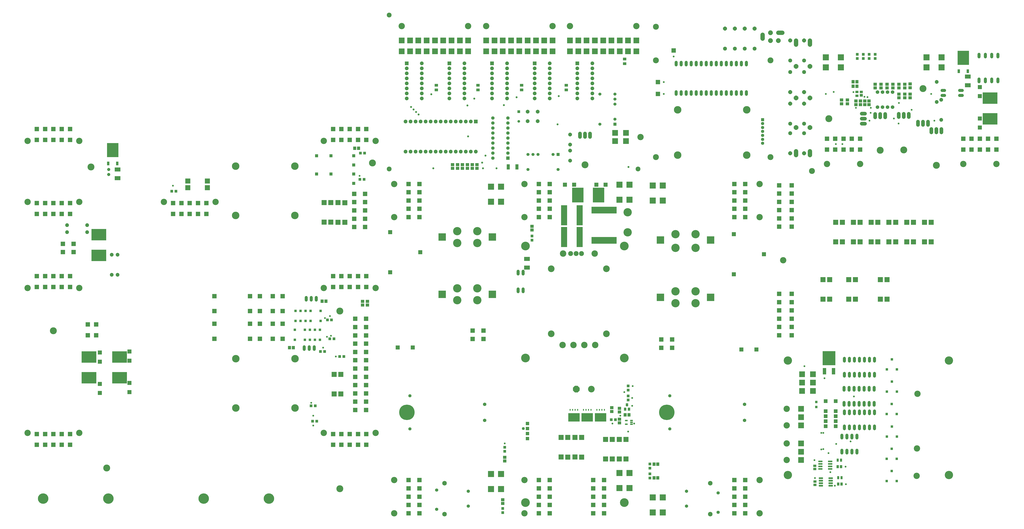
<source format=gts>
%MOIN*%
%OFA0B0*%
%FSLAX34Y34*%
%IPPOS*%
%LPD*%
%AMOC8*
5,1,8,0,0,$1,112.5*%
%AMOC80*
5,1,8,0,0,$1,-67.5*%
%AMOC81*
5,1,8,0,0,$1,-67.5*%
%AMOC80*
5,1,8,0,0,$1,22.5*%
%AMOC81*
5,1,8,0,0,$1,112.5*%
%AMOC80*
5,1,8,0,0,$1,22.5*%
%AMOC81*
5,1,8,0,0,$1,22.5*%
%AMOC80*
5,1,8,0,0,$1,-67.5*%
%AMOC81*
5,1,8,0,0,$1,-67.5*%
%ADD10C,0.068*%
%ADD11C,0.063*%
%ADD12C,0.308*%
%ADD13R,0.090677165354330708X0.090677165354330708*%
%ADD14C,0.12611023622047243*%
%ADD15C,0.065086614173228349*%
%ADD16C,0.090677165354330708*%
%ADD17C,0.0642992125984252*%
%ADD18R,0.055244094488188983X0.055244094488188983*%
%ADD19R,0.047244094488188976X0.047244094488188976*%
%ADD20R,0.059181102362204731X0.06705511811023622*%
%ADD21R,0.051181102362204731X0.059055118110236227*%
%ADD22R,0.083X0.083*%
%ADD23R,0.12050000000000001X0.12050000000000001*%
%ADD24C,0.16548031496062993*%
%ADD25R,0.148X0.148*%
%ADD36C,0.068*%
%ADD37C,0.063*%
%ADD38C,0.308*%
%ADD39R,0.090677165354330708X0.090677165354330708*%
%ADD40C,0.12611023622047243*%
%ADD41C,0.065086614173228349*%
%ADD42C,0.090677165354330708*%
%ADD43C,0.0642992125984252*%
%ADD44R,0.055244094488188983X0.055244094488188983*%
%ADD45R,0.047244094488188976X0.047244094488188976*%
%ADD46R,0.06705511811023622X0.059181102362204731*%
%ADD47R,0.059055118110236227X0.051181102362204731*%
%ADD48R,0.083X0.083*%
%ADD49R,0.12050000000000001X0.12050000000000001*%
%ADD50C,0.16548031496062993*%
%ADD51R,0.148X0.148*%
%ADD52C,0.037779527559055122*%
%ADD53R,0.047370078740157487X0.063118110236220479*%
%ADD54R,0.03937007874015748X0.055118110236220472*%
%ADD55R,0.059181102362204731X0.06705511811023622*%
%ADD56R,0.051181102362204731X0.059055118110236227*%
%ADD57R,0.055244094488188983X0.029653543307086614*%
%ADD58R,0.047244094488188976X0.021653543307086617*%
%ADD59R,0.06705511811023622X0.059181102362204731*%
%ADD60R,0.059055118110236227X0.051181102362204731*%
%ADD61R,0.50012598425196853X0.13201574803149607*%
%ADD62R,0.49212598425196852X0.12401574803149606*%
%ADD63R,0.12020472440944882X0.40170078740157483*%
%ADD64R,0.11220472440944883X0.39370078740157483*%
%ADD65R,0.22847244094488192X0.29264566929133862*%
%ADD66R,0.22047244094488189X0.28464566929133861*%
%ADD67C,0.16548031496062993*%
%ADD68C,0.132*%
%ADD69P,0.1428754724409449X8X202.5*%
%ADD70R,0.024141732283464567X0.036346456692913386*%
%ADD71R,0.016141732283464567X0.028346456692913385*%
%ADD72R,0.228X0.168*%
%ADD73R,0.22000000000000003X0.16*%
%ADD74R,0.055244094488188983X0.055244094488188983*%
%ADD75R,0.047244094488188976X0.047244094488188976*%
%ADD76C,0.097763779527559061*%
%ADD77C,0.12788188976377954*%
%ADD78R,0.10248818897637797X0.10248818897637797*%
%ADD79C,0.060000000000000005*%
%ADD80R,0.11429921259842521X0.078866141732283471*%
%ADD81R,0.10629921259842522X0.070866141732283464*%
%ADD82R,0.090677165354330708X0.090677165354330708*%
%ADD83C,0.12611023622047243*%
%ADD84C,0.133*%
%ADD85R,0.12050000000000001X0.12050000000000001*%
%ADD86R,0.070007874015748039X0.070007874015748039*%
%ADD87C,0.057212598425196853*%
%ADD88C,0.17335433070866144*%
%ADD89R,0.0847716535433071X0.0847716535433071*%
%ADD90C,0.037779527559055122*%
%ADD91R,0.06705511811023622X0.059181102362204731*%
%ADD92R,0.059055118110236227X0.051181102362204731*%
%ADD93C,0.072000000000000008*%
%ADD94C,0.074*%
%ADD95C,0.074*%
%ADD96C,0.138*%
%ADD97R,0.064692913385826778X0.047370078740157487*%
%ADD98R,0.056692913385826771X0.03937007874015748*%
%ADD99R,0.064692913385826778X0.055244094488188983*%
%ADD100R,0.056692913385826771X0.047244094488188976*%
%ADD101C,0.060000000000000005*%
%ADD102R,0.059181102362204731X0.06705511811023622*%
%ADD103R,0.051181102362204731X0.059055118110236227*%
%ADD104R,0.046342519685039371X0.075633858267716542*%
%ADD105R,0.038342519685039371X0.067633858267716535*%
%ADD106R,0.22626377952755905X0.28362598425196855*%
%ADD107R,0.21826377952755907X0.27562598425196849*%
%ADD108R,0.11429921259842521X0.078866141732283471*%
%ADD109R,0.10629921259842522X0.070866141732283464*%
%ADD110R,0.29264566929133862X0.22847244094488192*%
%ADD111R,0.28464566929133861X0.22047244094488189*%
%ADD112R,0.090677165354330708X0.090677165354330708*%
%ADD113C,0.12611023622047243*%
%ADD114R,0.12050000000000001X0.12050000000000001*%
%ADD115R,0.055244094488188983X0.055244094488188983*%
%ADD116R,0.047244094488188976X0.047244094488188976*%
%ADD117R,0.0847716535433071X0.0847716535433071*%
%ADD118C,0.037779527559055122*%
%ADD119C,0.20800000000000002*%
%ADD120R,0.090677165354330708X0.090677165354330708*%
%ADD121C,0.12611023622047243*%
%ADD122R,0.055244094488188983X0.055244094488188983*%
%ADD123R,0.047244094488188976X0.047244094488188976*%
%ADD124R,0.086740157480314953X0.086740157480314953*%
%ADD125R,0.051622047244094485X0.051622047244094485*%
%ADD126R,0.10248818897637797X0.10248818897637797*%
%ADD127R,0.063433070866141736X0.063433070866141736*%
%ADD128C,0.060000000000000005*%
%ADD129R,0.059181102362204731X0.06705511811023622*%
%ADD130R,0.051181102362204731X0.059055118110236227*%
%ADD131R,0.29264566929133862X0.22847244094488192*%
%ADD132R,0.28464566929133861X0.22047244094488189*%
%ADD133C,0.13792125984251968*%
%ADD134C,0.14973228346456693*%
%ADD135R,0.0847716535433071X0.0847716535433071*%
%ADD136C,0.074*%
%ADD137R,0.06705511811023622X0.059181102362204731*%
%ADD138R,0.059055118110236227X0.051181102362204731*%
%ADD139R,0.046342519685039371X0.075633858267716542*%
%ADD140R,0.038342519685039371X0.067633858267716535*%
%ADD141R,0.22626377952755905X0.28362598425196855*%
%ADD142R,0.21826377952755907X0.27562598425196849*%
%ADD143R,0.11429921259842521X0.078866141732283471*%
%ADD144R,0.10629921259842522X0.070866141732283464*%
%ADD145P,0.064943385826771657X8X112.5*%
%ADD146C,0.037779527559055122*%
%ADD147C,0.16548031496062993*%
%ADD148R,0.051622047244094485X0.051622047244094485*%
%ADD149C,0.12611023622047243*%
%ADD150R,0.072960629921259845X0.072960629921259845*%
%ADD151C,0.060000000000000005*%
%ADD152R,0.25406299212598427X0.28359055118110238*%
%ADD153R,0.24606299212598426X0.27559055118110237*%
%ADD154R,0.06705511811023622X0.12611023622047243*%
%ADD155R,0.059055118110236227X0.11811023622047245*%
%ADD156C,0.013740393700787402*%
%ADD157C,0.0058070866141732283*%
%ADD158R,0.11429921259842521X0.11429921259842521*%
%ADD159R,0.047685039370078744X0.047685039370078744*%
%ADD160R,0.04382677165354331X0.0627244094488189*%
%ADD161R,0.03582677165354331X0.054724409448818893*%
%ADD162R,0.0642992125984252X0.045007874015748031*%
%ADD163R,0.0562992125984252X0.037007874015748031*%
%ADD164R,0.045007874015748031X0.0642992125984252*%
%ADD165R,0.037007874015748031X0.0562992125984252*%
%ADD166C,0.037779527559055122*%
%ADD167C,0.096582677165354333*%
%ADD168P,0.076849685039370091X8X292.5*%
%ADD169P,0.076849685039370091X8X112.5*%
%ADD170C,0.074*%
%ADD171C,0.138*%
%ADD172R,0.074X0.074*%
%ADD173C,0.074*%
%ADD174R,0.074929133858267716X0.074929133858267716*%
%ADD175C,0.074929133858267716*%
%ADD176R,0.067X0.067*%
%ADD177C,0.067*%
%ADD178P,0.076849685039370091X8X202.5*%
%ADD179R,0.052803149606299213X0.052803149606299213*%
%ADD180C,0.052803149606299213*%
%ADD181R,0.06705511811023622X0.059181102362204731*%
%ADD182R,0.059055118110236227X0.051181102362204731*%
%ADD183R,0.06705511811023622X0.055244094488188983*%
%ADD184R,0.059055118110236227X0.047244094488188976*%
%ADD185C,0.12611023622047243*%
%ADD186R,0.11429921259842521X0.11429921259842521*%
%ADD187R,0.062X0.026000000000000002*%
%ADD188R,0.054X0.018000000000000002*%
%ADD189R,0.060283464566929131X0.060283464566929131*%
%ADD190C,0.060283464566929131*%
%ADD191C,0.039748031496063*%
%ADD192C,0.060000000000000005*%
%ADD193C,0.11823622047244095*%
%ADD194R,0.064X0.064*%
%ADD195C,0.064*%
%ADD196C,0.14973228346456693*%
%ADD197R,0.086740157480314953X0.086740157480314953*%
%ADD198C,0.078000000000000014*%
%ADD199P,0.084426417322834652X8X292.5*%
%ADD200P,0.084426417322834652X8X112.5*%
%ADD201C,0.086000000000000007*%
%ADD202P,0.10066228346456693X8X292.5*%
%ADD203C,0.037779527559055122*%
%ADD204C,0.12611023622047243*%
%ADD205R,0.086740157480314953X0.086740157480314953*%
%ADD206R,0.10248818897637797X0.10248818897637797*%
G75*
G01*
D10*
X0148818Y0000000D02*
X0143665Y0019561D03*
X0143665Y0022761D03*
D11*
X0128765Y0017861D03*
X0128765Y0024461D03*
D12*
X0128165Y0021161D03*
D13*
X0143783Y0007637D03*
X0143783Y0005984D03*
X0143783Y0004330D03*
X0143783Y0002677D03*
X0143783Y0001023D03*
X0141618Y0002677D03*
X0141618Y0001023D03*
X0141618Y0004330D03*
X0141618Y0005984D03*
X0141618Y0007637D03*
D14*
X0146657Y0007637D03*
X0146657Y0001023D03*
D15*
X0132086Y0005413D03*
X0132086Y0002460D03*
D16*
X0136811Y0007027D03*
X0136811Y0000846D03*
D17*
X0138385Y0005070D03*
X0138385Y0001228D03*
D13*
X0129232Y0035669D03*
X0129232Y0034015D03*
X0127066Y0034015D03*
X0127066Y0035669D03*
D18*
X0124803Y0010846D03*
D19*
X0124803Y0010846D03*
D18*
X0124803Y0010019D03*
D19*
X0124803Y0010019D03*
D20*
X0126358Y0010826D03*
D21*
X0126358Y0010826D03*
D20*
X0125610Y0010826D03*
D21*
X0125610Y0010826D03*
D22*
X0141535Y0056692D03*
X0141535Y0048692D03*
X0147535Y0052692D03*
X0146035Y0033692D03*
X0143035Y0033692D03*
D18*
X0124803Y0008051D03*
D19*
X0124803Y0008051D03*
D18*
X0124803Y0008877D03*
D19*
X0124803Y0008877D03*
D20*
X0126358Y0008070D03*
D21*
X0126358Y0008070D03*
D20*
X0125610Y0008070D03*
D21*
X0125610Y0008070D03*
D13*
X0143783Y0066692D03*
X0143783Y0065039D03*
X0143783Y0063385D03*
X0143783Y0061732D03*
X0143783Y0060078D03*
X0141618Y0061732D03*
X0141618Y0060078D03*
X0141618Y0063385D03*
X0141618Y0065039D03*
X0141618Y0066692D03*
D14*
X0146657Y0066692D03*
X0146657Y0060078D03*
D23*
X0125362Y0001181D03*
X0125362Y0004181D03*
X0127362Y0004181D03*
X0127362Y0001181D03*
X0125362Y0063385D03*
X0125362Y0066385D03*
X0127362Y0066385D03*
X0127362Y0063385D03*
D24*
X0133889Y0056692D03*
X0129889Y0056692D03*
X0129889Y0042913D03*
X0133889Y0042913D03*
D25*
X0126889Y0044094D03*
X0136889Y0044094D03*
X0136889Y0055511D03*
X0126889Y0055511D03*
D24*
X0133889Y0053937D03*
X0129889Y0053937D03*
X0129889Y0045275D03*
X0133889Y0045275D03*
G04 next file*
G04 EAGLE Gerber RS-274X export*
G75*
G01*
D36*
X0071653Y0067716D02*
X0091846Y0019561D03*
X0091846Y0022761D03*
D37*
X0076946Y0017861D03*
X0076946Y0024461D03*
D38*
X0076346Y0021161D03*
D39*
X0076688Y0001023D03*
X0076688Y0002677D03*
X0076688Y0004330D03*
X0076688Y0005984D03*
X0076688Y0007637D03*
X0078854Y0005984D03*
X0078854Y0007637D03*
X0078854Y0004330D03*
X0078854Y0002677D03*
X0078854Y0001023D03*
D40*
X0073814Y0001023D03*
X0073814Y0007637D03*
D41*
X0088582Y0002460D03*
X0088582Y0005413D03*
D42*
X0083858Y0007027D03*
X0083858Y0000846D03*
D43*
X0082283Y0005661D03*
X0082283Y0001818D03*
D39*
X0089468Y0035787D03*
X0089468Y0037440D03*
X0091633Y0037440D03*
X0091633Y0035787D03*
D44*
X0095866Y0013366D03*
D45*
X0095866Y0013366D03*
D44*
X0095866Y0014192D03*
D45*
X0095866Y0014192D03*
D46*
X0095866Y0011437D03*
D47*
X0095866Y0011437D03*
D46*
X0095866Y0012185D03*
D47*
X0095866Y0012185D03*
D48*
X0073031Y0057086D03*
X0073031Y0049086D03*
X0079031Y0053086D03*
X0077531Y0034086D03*
X0074531Y0034086D03*
D44*
X0095472Y0001988D03*
D45*
X0095472Y0001988D03*
D44*
X0095472Y0001161D03*
D45*
X0095472Y0001161D03*
D46*
X0095472Y0003720D03*
D47*
X0095472Y0003720D03*
D46*
X0095472Y0002972D03*
D47*
X0095472Y0002972D03*
D39*
X0076688Y0060078D03*
X0076688Y0061732D03*
X0076688Y0063385D03*
X0076688Y0065039D03*
X0076688Y0066692D03*
X0078854Y0065039D03*
X0078854Y0066692D03*
X0078854Y0063385D03*
X0078854Y0061732D03*
X0078854Y0060078D03*
D40*
X0073814Y0060078D03*
X0073814Y0066692D03*
D49*
X0095110Y0066141D03*
X0095110Y0063141D03*
X0093110Y0063141D03*
X0093110Y0066141D03*
X0095110Y0008858D03*
X0095110Y0005858D03*
X0093110Y0005858D03*
X0093110Y0008858D03*
D50*
X0086385Y0045866D03*
X0090385Y0045866D03*
X0090385Y0054921D03*
X0086385Y0054921D03*
D51*
X0093385Y0044685D03*
X0083385Y0044685D03*
X0083385Y0056102D03*
X0093385Y0056102D03*
D50*
X0086385Y0043503D03*
X0090385Y0043503D03*
X0090385Y0057283D03*
X0086385Y0057283D03*
D52*
X0095866Y0014960D03*
G04 next file*
G04 EAGLE Gerber RS-274X export*
G75*
G01*
D53*
X0097637Y0067716D02*
X0119862Y0021791D03*
D54*
X0119862Y0021791D03*
D53*
X0120610Y0021791D03*
D54*
X0120610Y0021791D03*
D53*
X0120236Y0022657D03*
D54*
X0120236Y0022657D03*
D55*
X0120610Y0020649D03*
D56*
X0120610Y0020649D03*
D55*
X0119862Y0020649D03*
D56*
X0119862Y0020649D03*
D57*
X0121112Y0018779D03*
D58*
X0121112Y0018779D03*
D57*
X0121112Y0019153D03*
D58*
X0121112Y0019153D03*
D57*
X0121112Y0019527D03*
D58*
X0121112Y0019527D03*
D57*
X0120088Y0019527D03*
D58*
X0120088Y0019527D03*
D57*
X0120088Y0018779D03*
D58*
X0120088Y0018779D03*
D59*
X0118740Y0019783D03*
D60*
X0118740Y0019783D03*
D59*
X0118740Y0019035D03*
D60*
X0118740Y0019035D03*
D61*
X0115649Y0061486D03*
D62*
X0115649Y0061486D03*
D61*
X0115649Y0055442D03*
D62*
X0115649Y0055442D03*
D63*
X0110797Y0056102D03*
D64*
X0110797Y0056102D03*
D63*
X0107706Y0056102D03*
D64*
X0107706Y0056102D03*
D63*
X0110797Y0060433D03*
D64*
X0110797Y0060433D03*
D63*
X0107706Y0060433D03*
D64*
X0107706Y0060433D03*
D65*
X0110433Y0064468D03*
D66*
X0110433Y0064468D03*
D65*
X0114566Y0064468D03*
D66*
X0114566Y0064468D03*
D67*
X0120374Y0061055D03*
X0120374Y0057055D03*
D68*
X0113114Y0025787D03*
D69*
X0110114Y0025787D03*
D59*
X0118720Y0021200D03*
D60*
X0118720Y0021200D03*
D59*
X0118720Y0021948D03*
D60*
X0118720Y0021948D03*
D59*
X0117204Y0022066D03*
D60*
X0117204Y0022066D03*
D59*
X0117204Y0021318D03*
D60*
X0117204Y0021318D03*
D70*
X0110395Y0021639D03*
D71*
X0110395Y0021639D03*
D70*
X0109895Y0021639D03*
D71*
X0109895Y0021639D03*
D70*
X0109395Y0021639D03*
D71*
X0109395Y0021639D03*
D70*
X0108895Y0021639D03*
D71*
X0108895Y0021639D03*
D72*
X0109645Y0020145D03*
D73*
X0109645Y0020145D03*
D70*
X0113053Y0021639D03*
D71*
X0113053Y0021639D03*
D70*
X0112553Y0021639D03*
D71*
X0112553Y0021639D03*
D70*
X0112053Y0021639D03*
D71*
X0112053Y0021639D03*
D70*
X0111553Y0021639D03*
D71*
X0111553Y0021639D03*
D72*
X0112303Y0020145D03*
D73*
X0112303Y0020145D03*
D70*
X0115710Y0021639D03*
D71*
X0115710Y0021639D03*
D70*
X0115210Y0021639D03*
D71*
X0115210Y0021639D03*
D70*
X0114710Y0021639D03*
D71*
X0114710Y0021639D03*
D70*
X0114210Y0021639D03*
D71*
X0114210Y0021639D03*
D72*
X0114960Y0020145D03*
D73*
X0114960Y0020145D03*
D74*
X0117933Y0019685D03*
D75*
X0117933Y0019685D03*
D74*
X0117106Y0019685D03*
D75*
X0117106Y0019685D03*
D76*
X0110086Y0052830D03*
X0109003Y0052830D03*
D77*
X0113779Y0052830D03*
X0107480Y0052830D03*
X0113877Y0034570D03*
X0109547Y0034570D03*
X0111712Y0034570D03*
X0107381Y0034570D03*
D76*
X0111173Y0052830D03*
D74*
X0120472Y0023602D03*
D75*
X0120472Y0023602D03*
D74*
X0120472Y0024429D03*
D75*
X0120472Y0024429D03*
D78*
X0108425Y0016141D03*
X0107086Y0016141D03*
X0108425Y0012228D03*
X0107086Y0012236D03*
X0111181Y0016141D03*
X0109842Y0016141D03*
X0111181Y0012228D03*
X0109842Y0012236D03*
X0117283Y0015748D03*
X0115944Y0015748D03*
X0117283Y0011834D03*
X0115944Y0011842D03*
X0120039Y0015748D03*
X0118700Y0015748D03*
X0120039Y0011834D03*
X0118700Y0011842D03*
D79*
X0099515Y0048744D02*
X0099515Y0049264D01*
X0098515Y0049264D02*
X0098515Y0048744D01*
X0098515Y0045744D02*
X0098515Y0045224D01*
X0099515Y0045224D02*
X0099515Y0045744D01*
D80*
X0100295Y0050019D03*
D81*
X0100295Y0050019D03*
D80*
X0100295Y0051751D03*
D81*
X0100295Y0051751D03*
D74*
X0120472Y0025570D03*
D75*
X0120472Y0025570D03*
D74*
X0120472Y0026397D03*
D75*
X0120472Y0026397D03*
D82*
X0115649Y0007637D03*
X0115649Y0005984D03*
X0115649Y0004330D03*
X0115649Y0002677D03*
X0115649Y0001023D03*
X0113484Y0002677D03*
X0113484Y0001023D03*
X0113484Y0004330D03*
X0113484Y0005984D03*
X0113484Y0007637D03*
X0102673Y0060078D03*
X0102673Y0061732D03*
X0102673Y0063385D03*
X0102673Y0065039D03*
X0102673Y0066692D03*
X0104838Y0065039D03*
X0104838Y0066692D03*
X0104838Y0063385D03*
X0104838Y0061732D03*
X0104838Y0060078D03*
D83*
X0099799Y0060078D03*
X0099799Y0066692D03*
D82*
X0102673Y0001023D03*
X0102673Y0002677D03*
X0102673Y0004330D03*
X0102673Y0005984D03*
X0102673Y0007637D03*
X0104838Y0005984D03*
X0104838Y0007637D03*
X0104838Y0004330D03*
X0104838Y0002677D03*
X0104838Y0001023D03*
D83*
X0099799Y0001023D03*
X0099799Y0007637D03*
D84*
X0116129Y0049787D03*
X0105129Y0049787D03*
X0116129Y0036827D03*
X0105129Y0036827D03*
D85*
X0120716Y0066535D03*
X0120716Y0063535D03*
X0118716Y0063535D03*
X0118716Y0066535D03*
X0120716Y0009055D03*
X0120716Y0006055D03*
X0118716Y0006055D03*
X0118716Y0009055D03*
D86*
X0100393Y0018897D03*
X0100393Y0017897D03*
X0100393Y0016897D03*
X0100393Y0015897D03*
D87*
X0099543Y0017897D03*
D88*
X0100000Y0003149D03*
X0119685Y0003149D03*
X0119685Y0031988D03*
X0100000Y0031988D03*
X0119685Y0054330D03*
X0100000Y0054330D03*
D89*
X0107874Y0066535D03*
X0114133Y0066535D03*
X0109685Y0066535D03*
X0115944Y0066535D03*
D74*
X0101279Y0056318D03*
D75*
X0101279Y0056318D03*
D74*
X0101279Y0055492D03*
D75*
X0101279Y0055492D03*
D59*
X0101279Y0058248D03*
D60*
X0101279Y0058248D03*
D59*
X0101279Y0057500D03*
D60*
X0101279Y0057500D03*
D90*
X0121259Y0022440D03*
X0118897Y0020472D03*
X0121653Y0018897D03*
X0120472Y0017322D03*
X0117322Y0018897D03*
X0121259Y0024015D03*
X0119685Y0025196D03*
X0121366Y0026377D03*
G04 next file*
G04 EAGLE Gerber RS-274X export*
G75*
G01*
D91*
X0158661Y0068503D02*
X0175590Y0084625D03*
D92*
X0175590Y0084625D03*
D91*
X0175590Y0083877D03*
D92*
X0175590Y0083877D03*
D91*
X0175590Y0086594D03*
D92*
X0175590Y0086594D03*
D91*
X0175590Y0085846D03*
D92*
X0175590Y0085846D03*
D91*
X0176653Y0084625D03*
D92*
X0176653Y0084625D03*
D91*
X0176653Y0083877D03*
D92*
X0176653Y0083877D03*
D91*
X0176653Y0086633D03*
D92*
X0176653Y0086633D03*
D91*
X0176653Y0085885D03*
D92*
X0176653Y0085885D03*
D91*
X0166771Y0083248D03*
D92*
X0166771Y0083248D03*
D91*
X0166771Y0082500D03*
D92*
X0166771Y0082500D03*
D91*
X0167637Y0082500D03*
D92*
X0167637Y0082500D03*
D91*
X0167637Y0083248D03*
D92*
X0167637Y0083248D03*
D91*
X0174429Y0084625D03*
D92*
X0174429Y0084625D03*
D91*
X0174429Y0083877D03*
D92*
X0174429Y0083877D03*
D91*
X0174429Y0086594D03*
D92*
X0174429Y0086594D03*
D91*
X0174429Y0085846D03*
D92*
X0174429Y0085846D03*
D91*
X0169685Y0086594D03*
D92*
X0169685Y0086594D03*
D91*
X0169685Y0085846D03*
D92*
X0169685Y0085846D03*
D91*
X0170866Y0086594D03*
D92*
X0170866Y0086594D03*
D91*
X0170866Y0085846D03*
D92*
X0170866Y0085846D03*
D91*
X0172047Y0085846D03*
D92*
X0172047Y0085846D03*
D91*
X0172047Y0086594D03*
D92*
X0172047Y0086594D03*
D91*
X0173228Y0085846D03*
D92*
X0173228Y0085846D03*
D91*
X0173228Y0086594D03*
D92*
X0173228Y0086594D03*
D93*
X0170153Y0082003D03*
X0171153Y0082003D03*
X0171153Y0085003D03*
X0170153Y0085003D03*
X0172153Y0082003D03*
X0173153Y0082003D03*
X0172153Y0085003D03*
X0173153Y0085003D03*
D91*
X0168464Y0083248D03*
D92*
X0168464Y0083248D03*
D91*
X0168464Y0082500D03*
D92*
X0168464Y0082500D03*
D94*
X0181948Y0087039D03*
X0181948Y0083039D03*
X0182874Y0083496D03*
X0182874Y0079496D03*
D95*
X0182889Y0077633D02*
X0182889Y0076973D01*
X0181889Y0076973D02*
X0181889Y0077633D01*
X0180889Y0077633D02*
X0180889Y0076973D01*
D96*
X0181889Y0070403D03*
D95*
X0171705Y0079995D02*
X0171705Y0080655D01*
X0170705Y0080655D02*
X0170705Y0079995D01*
X0169705Y0079995D02*
X0169705Y0080655D01*
D96*
X0170705Y0073425D03*
D95*
X0176381Y0080034D02*
X0176381Y0080694D01*
X0175381Y0080694D02*
X0175381Y0080034D01*
X0174381Y0080034D02*
X0174381Y0080694D01*
D96*
X0175381Y0073464D03*
D95*
X0178232Y0078469D02*
X0178232Y0079129D01*
X0179232Y0079129D02*
X0179232Y0078469D01*
X0180232Y0078469D02*
X0180232Y0079129D01*
D96*
X0179232Y0085699D03*
D95*
X0167672Y0078724D02*
X0167012Y0078724D01*
X0167012Y0079724D02*
X0167672Y0079724D01*
X0167672Y0080724D02*
X0167012Y0080724D01*
D96*
X0160442Y0079724D03*
D97*
X0166062Y0084291D03*
D98*
X0166062Y0084291D03*
D97*
X0166929Y0085039D03*
D98*
X0166929Y0085039D03*
D99*
X0166929Y0084370D03*
D100*
X0166929Y0084370D03*
D97*
X0166062Y0085039D03*
D98*
X0166062Y0085039D03*
D91*
X0165866Y0082500D03*
D92*
X0165866Y0082500D03*
D91*
X0165866Y0083248D03*
D92*
X0165866Y0083248D03*
D101*
X0186539Y0084342D02*
X0187059Y0084342D01*
X0187059Y0085342D02*
X0186539Y0085342D01*
X0183539Y0085342D02*
X0183019Y0085342D01*
X0183019Y0084342D02*
X0183539Y0084342D01*
D102*
X0166043Y0087086D03*
D103*
X0166043Y0087086D03*
D102*
X0165295Y0087086D03*
D103*
X0165295Y0087086D03*
D102*
X0166043Y0086181D03*
D103*
X0166043Y0086181D03*
D102*
X0165295Y0086181D03*
D103*
X0165295Y0086181D03*
D104*
X0186366Y0089191D03*
D105*
X0186366Y0089191D03*
D104*
X0188161Y0089191D03*
D105*
X0188161Y0089191D03*
D106*
X0187263Y0091855D03*
D107*
X0187263Y0091855D03*
D108*
X0188169Y0086377D03*
D109*
X0188169Y0086377D03*
D108*
X0188169Y0088110D03*
D109*
X0188169Y0088110D03*
D110*
X0192578Y0083799D03*
D111*
X0192578Y0083799D03*
D110*
X0192578Y0079665D03*
D111*
X0192578Y0079665D03*
D101*
X0190393Y0092032D02*
X0190393Y0092552D01*
X0190393Y0087602D02*
X0190393Y0087082D01*
D112*
X0166692Y0073539D03*
X0165039Y0073539D03*
X0163385Y0073539D03*
X0161732Y0073539D03*
X0160078Y0073539D03*
X0161732Y0075704D03*
X0160078Y0075704D03*
X0163385Y0075704D03*
X0165039Y0075704D03*
X0166692Y0075704D03*
D113*
X0166692Y0070665D03*
X0160078Y0070665D03*
D112*
X0193858Y0073539D03*
X0192204Y0073539D03*
X0190551Y0073539D03*
X0188897Y0073539D03*
X0187244Y0073539D03*
X0188897Y0075704D03*
X0187244Y0075704D03*
X0190551Y0075704D03*
X0192204Y0075704D03*
X0193858Y0075704D03*
D113*
X0193858Y0070665D03*
X0187244Y0070665D03*
D114*
X0179921Y0091960D03*
X0182921Y0091960D03*
X0182921Y0089960D03*
X0179921Y0089960D03*
X0159842Y0091960D03*
X0162842Y0091960D03*
X0162842Y0089960D03*
X0159842Y0089960D03*
D115*
X0166141Y0091712D03*
D116*
X0166141Y0091712D03*
D115*
X0166141Y0092539D03*
D116*
X0166141Y0092539D03*
D115*
X0167322Y0091712D03*
D116*
X0167322Y0091712D03*
D115*
X0167322Y0092539D03*
D116*
X0167322Y0092539D03*
D115*
X0169685Y0091712D03*
D116*
X0169685Y0091712D03*
D115*
X0169685Y0092539D03*
D116*
X0169685Y0092539D03*
D91*
X0164173Y0082696D03*
D92*
X0164173Y0082696D03*
D91*
X0164173Y0083444D03*
D92*
X0164173Y0083444D03*
D115*
X0168503Y0091712D03*
D116*
X0168503Y0091712D03*
D115*
X0168503Y0092539D03*
D116*
X0168503Y0092539D03*
D91*
X0162992Y0082696D03*
D92*
X0162992Y0082696D03*
D91*
X0162992Y0083444D03*
D92*
X0162992Y0083444D03*
D101*
X0192913Y0092032D02*
X0192913Y0092552D01*
X0192913Y0087602D02*
X0192913Y0087082D01*
X0194173Y0092032D02*
X0194173Y0092552D01*
X0194173Y0087602D02*
X0194173Y0087082D01*
X0191653Y0092032D02*
X0191653Y0092552D01*
X0191653Y0087602D02*
X0191653Y0087082D01*
D117*
X0190551Y0077952D03*
X0190551Y0084212D03*
X0190551Y0079763D03*
X0190551Y0086023D03*
D118*
X0167559Y0084094D03*
X0180866Y0084645D03*
X0165354Y0085000D03*
X0165866Y0081889D03*
X0168818Y0081889D03*
X0168149Y0084015D03*
X0181496Y0079330D03*
X0163149Y0074645D03*
X0161850Y0074645D03*
X0173425Y0079763D03*
X0176968Y0081496D03*
X0174370Y0078740D03*
X0168543Y0079330D03*
X0168805Y0080879D03*
X0174409Y0082834D03*
X0159842Y0084645D03*
X0161417Y0085039D03*
G04 next file*
G04 EAGLE Gerber RS-274X export*
G75*
G01*
D119*
X0070866Y0000000D02*
X0048850Y0003937D03*
X0016850Y0003937D03*
X0035850Y0003937D03*
X0003850Y0003937D03*
D120*
X0009212Y0014665D03*
X0007559Y0014665D03*
X0005905Y0014665D03*
X0004251Y0014665D03*
X0002598Y0014665D03*
X0004251Y0016830D03*
X0002598Y0016830D03*
X0005905Y0016830D03*
X0007559Y0016830D03*
X0009212Y0016830D03*
D121*
X0011062Y0017051D03*
X0000748Y0017051D03*
D120*
X0068267Y0014665D03*
X0066614Y0014665D03*
X0064960Y0014665D03*
X0063307Y0014665D03*
X0061653Y0014665D03*
X0063307Y0016830D03*
X0061653Y0016830D03*
X0064960Y0016830D03*
X0066614Y0016830D03*
X0068267Y0016830D03*
D121*
X0070118Y0017051D03*
X0059803Y0017051D03*
D120*
X0002598Y0077657D03*
X0004251Y0077657D03*
X0005905Y0077657D03*
X0007559Y0077657D03*
X0009212Y0077657D03*
X0007559Y0075492D03*
X0009212Y0075492D03*
X0005905Y0075492D03*
X0004251Y0075492D03*
X0002598Y0075492D03*
D121*
X0000748Y0075271D03*
X0011062Y0075271D03*
D120*
X0061653Y0077657D03*
X0063307Y0077657D03*
X0064960Y0077657D03*
X0066614Y0077657D03*
X0068267Y0077657D03*
X0066614Y0075492D03*
X0068267Y0075492D03*
X0064960Y0075492D03*
X0063307Y0075492D03*
X0061653Y0075492D03*
D121*
X0059803Y0075271D03*
X0070118Y0075271D03*
D120*
X0002598Y0048326D03*
X0004251Y0048326D03*
X0005905Y0048326D03*
X0007559Y0048326D03*
X0009212Y0048326D03*
X0007559Y0046161D03*
X0009212Y0046161D03*
X0005905Y0046161D03*
X0004251Y0046161D03*
X0002598Y0046161D03*
D121*
X0000748Y0045940D03*
X0011062Y0045940D03*
D120*
X0061653Y0048326D03*
X0063307Y0048326D03*
X0064960Y0048326D03*
X0066614Y0048326D03*
X0068267Y0048326D03*
X0066614Y0046161D03*
X0068267Y0046161D03*
X0064960Y0046161D03*
X0063307Y0046161D03*
X0061653Y0046161D03*
D121*
X0059803Y0045940D03*
X0070118Y0045940D03*
D120*
X0009212Y0060728D03*
X0007559Y0060728D03*
X0005905Y0060728D03*
X0004251Y0060728D03*
X0002598Y0060728D03*
X0004251Y0062893D03*
X0002598Y0062893D03*
X0005905Y0062893D03*
X0007559Y0062893D03*
X0009212Y0062893D03*
D121*
X0011062Y0063114D03*
X0000748Y0063114D03*
D120*
X0036377Y0060728D03*
X0034724Y0060728D03*
X0033070Y0060728D03*
X0031417Y0060728D03*
X0029763Y0060728D03*
X0031417Y0062893D03*
X0029763Y0062893D03*
X0033070Y0062893D03*
X0034724Y0062893D03*
X0036377Y0062893D03*
D121*
X0038228Y0063114D03*
X0027913Y0063114D03*
D122*
X0057263Y0022440D03*
D123*
X0057263Y0022440D03*
D122*
X0058090Y0022440D03*
D123*
X0058090Y0022440D03*
D122*
X0029507Y0065255D03*
D123*
X0029507Y0065255D03*
D122*
X0030334Y0065255D03*
D123*
X0030334Y0065255D03*
D120*
X0066043Y0021614D03*
X0066043Y0023267D03*
X0066043Y0024921D03*
X0066043Y0026574D03*
X0066043Y0028228D03*
X0066043Y0029881D03*
X0066043Y0031535D03*
X0066043Y0033188D03*
X0066043Y0034842D03*
X0066043Y0036496D03*
X0066043Y0038149D03*
X0068208Y0021614D03*
X0068208Y0023267D03*
X0068208Y0024921D03*
X0068208Y0026574D03*
X0068208Y0028228D03*
X0068208Y0029881D03*
X0068208Y0031535D03*
X0068208Y0033188D03*
X0068208Y0034842D03*
X0068208Y0036496D03*
X0066043Y0039803D03*
X0068208Y0038149D03*
X0068208Y0039803D03*
D124*
X0037992Y0044330D03*
X0037992Y0041338D03*
X0045098Y0041338D03*
X0047066Y0041338D03*
X0045098Y0044330D03*
X0049625Y0044330D03*
X0049625Y0041338D03*
X0047066Y0044330D03*
X0051594Y0044330D03*
X0051594Y0041338D03*
X0037992Y0038818D03*
X0037992Y0035826D03*
X0045098Y0035826D03*
X0047066Y0035826D03*
X0045098Y0038818D03*
X0049625Y0038818D03*
X0049625Y0035826D03*
X0047066Y0038818D03*
X0051594Y0038818D03*
X0051594Y0035826D03*
D125*
X0059153Y0039370D03*
X0059153Y0041370D03*
X0057153Y0039370D03*
X0056153Y0039370D03*
X0055153Y0039370D03*
X0054153Y0039370D03*
X0054153Y0041370D03*
X0055153Y0041370D03*
X0056153Y0041370D03*
X0057153Y0041370D03*
X0054035Y0037598D03*
X0054035Y0035598D03*
X0056035Y0037598D03*
X0057035Y0037598D03*
X0058035Y0037598D03*
X0059035Y0037598D03*
X0059035Y0035598D03*
X0058035Y0035598D03*
X0057035Y0035598D03*
X0056035Y0035598D03*
D122*
X0057559Y0019389D03*
D123*
X0057559Y0019389D03*
D122*
X0058385Y0019389D03*
D123*
X0058385Y0019389D03*
D122*
X0067007Y0067618D03*
D123*
X0067007Y0067618D03*
D122*
X0067834Y0067618D03*
D123*
X0067834Y0067618D03*
D122*
X0061338Y0039566D03*
D123*
X0061338Y0039566D03*
D122*
X0060511Y0039566D03*
D123*
X0060511Y0039566D03*
D122*
X0061830Y0035826D03*
D123*
X0061830Y0035826D03*
D122*
X0061003Y0035826D03*
D123*
X0061003Y0035826D03*
D122*
X0059133Y0033267D03*
D123*
X0059133Y0033267D03*
D122*
X0059960Y0033267D03*
D123*
X0059960Y0033267D03*
D126*
X0061181Y0062992D03*
X0059842Y0062992D03*
X0061181Y0059078D03*
X0059842Y0059086D03*
D127*
X0065748Y0066830D03*
X0065748Y0068681D03*
X0061220Y0068681D03*
X0058346Y0068681D03*
D120*
X0012755Y0038681D03*
X0014409Y0038681D03*
X0014409Y0036515D03*
X0012755Y0036515D03*
X0065846Y0058110D03*
X0065846Y0059763D03*
X0065846Y0061417D03*
X0065846Y0063070D03*
X0065846Y0064724D03*
X0068011Y0063070D03*
X0068011Y0064724D03*
X0068011Y0061417D03*
X0068011Y0059763D03*
X0068011Y0058110D03*
D126*
X0062637Y0059055D03*
X0063976Y0059055D03*
X0062637Y0062968D03*
X0063976Y0062960D03*
X0061850Y0024803D03*
X0063188Y0024803D03*
X0061850Y0028716D03*
X0063188Y0028708D03*
D128*
X0056283Y0043531D02*
X0056283Y0044051D01*
X0058283Y0044051D02*
X0058283Y0043531D01*
X0057283Y0043531D02*
X0057283Y0044051D01*
D120*
X0009940Y0054763D03*
X0009940Y0053110D03*
X0007775Y0053110D03*
X0007775Y0054763D03*
D122*
X0067106Y0072834D03*
D123*
X0067106Y0072834D03*
D122*
X0067933Y0072834D03*
D123*
X0067933Y0072834D03*
D129*
X0065964Y0073818D03*
D130*
X0065964Y0073818D03*
D129*
X0066712Y0073818D03*
D130*
X0066712Y0073818D03*
D127*
X0065748Y0070472D03*
X0065748Y0072322D03*
X0061220Y0072322D03*
X0058346Y0072322D03*
D131*
X0012992Y0032185D03*
D132*
X0012992Y0032185D03*
D131*
X0012992Y0028051D03*
D132*
X0012992Y0028051D03*
D133*
X0069488Y0070866D03*
X0005905Y0037401D03*
X0062992Y0005905D03*
X0016535Y0010039D03*
X0013385Y0070078D03*
D134*
X0054055Y0022011D03*
X0042244Y0022011D03*
X0054055Y0031854D03*
X0042244Y0031854D03*
X0054035Y0060405D03*
X0042224Y0060405D03*
X0054035Y0070248D03*
X0042224Y0070248D03*
D131*
X0019094Y0028051D03*
D132*
X0019094Y0028051D03*
D131*
X0019094Y0032185D03*
D132*
X0019094Y0032185D03*
D133*
X0062992Y0041338D03*
D135*
X0015157Y0033070D03*
X0015157Y0026811D03*
X0015157Y0031259D03*
X0015157Y0025000D03*
X0021062Y0025196D03*
X0021062Y0031456D03*
X0021062Y0027007D03*
X0021062Y0033267D03*
D136*
X0012629Y0058464D03*
X0008629Y0058464D03*
X0012629Y0057086D03*
X0008629Y0057086D03*
X0017519Y0052590D03*
X0017519Y0048590D03*
X0018700Y0052590D03*
X0018700Y0048590D03*
D131*
X0014960Y0052460D03*
D132*
X0014960Y0052460D03*
D131*
X0014960Y0056594D03*
D132*
X0014960Y0056594D03*
D137*
X0068503Y0042539D03*
D138*
X0068503Y0042539D03*
D137*
X0068503Y0043287D03*
D138*
X0068503Y0043287D03*
D137*
X0067519Y0042539D03*
D138*
X0067519Y0042539D03*
D137*
X0067519Y0043287D03*
D138*
X0067519Y0043287D03*
D128*
X0057889Y0034224D02*
X0057889Y0033704D01*
X0055889Y0033704D02*
X0055889Y0034224D01*
X0056889Y0034224D02*
X0056889Y0033704D01*
D122*
X0062972Y0032283D03*
D123*
X0062972Y0032283D03*
D122*
X0063799Y0032283D03*
D123*
X0063799Y0032283D03*
D129*
X0060216Y0043307D03*
D130*
X0060216Y0043307D03*
D129*
X0059468Y0043307D03*
D130*
X0059468Y0043307D03*
D129*
X0052972Y0034055D03*
D130*
X0052972Y0034055D03*
D129*
X0053720Y0034055D03*
D130*
X0053720Y0034055D03*
D126*
X0032677Y0067283D03*
X0032677Y0065944D03*
X0036590Y0067283D03*
X0036582Y0065944D03*
D139*
X0016818Y0070785D03*
D140*
X0016818Y0070785D03*
D139*
X0018614Y0070785D03*
D140*
X0018614Y0070785D03*
D141*
X0017716Y0073449D03*
D142*
X0017716Y0073449D03*
D143*
X0018700Y0067834D03*
D144*
X0018700Y0067834D03*
D143*
X0018700Y0069566D03*
D144*
X0018700Y0069566D03*
D145*
X0016929Y0068594D03*
X0016929Y0069594D03*
D146*
X0057283Y0023031D03*
X0029724Y0066338D03*
X0057677Y0018503D03*
X0060433Y0036220D03*
X0057677Y0020472D03*
X0066929Y0068307D03*
X0060039Y0039960D03*
X0061023Y0040354D03*
X0061220Y0036417D03*
X0059645Y0034055D03*
X0062204Y0032283D03*
G04 next file*
G04 EAGLE Gerber RS-274X export*
G75*
G01*
D147*
X0149606Y0005511D02*
X0152303Y0031496D03*
X0152303Y0008661D03*
X0184389Y0031496D03*
X0184389Y0008661D03*
D148*
X0173995Y0020824D03*
X0172995Y0022824D03*
X0171995Y0020824D03*
X0174029Y0029709D03*
X0173029Y0031709D03*
X0172029Y0029709D03*
X0173979Y0007461D03*
X0172979Y0009461D03*
X0171979Y0007461D03*
X0173979Y0011888D03*
X0172979Y0013888D03*
X0171979Y0011888D03*
X0174029Y0016316D03*
X0173029Y0018316D03*
X0172029Y0016316D03*
X0174029Y0025281D03*
X0173029Y0027281D03*
X0172029Y0025281D03*
D149*
X0178135Y0024856D03*
X0178035Y0013932D03*
D150*
X0159835Y0023385D03*
X0159835Y0021385D03*
X0159835Y0020385D03*
X0159835Y0019385D03*
X0161835Y0019385D03*
X0161835Y0020385D03*
X0161835Y0021385D03*
X0161835Y0023385D03*
X0159835Y0018385D03*
X0161835Y0018385D03*
D151*
X0163548Y0028393D02*
X0163548Y0028913D01*
X0164548Y0028913D02*
X0164548Y0028393D01*
X0169548Y0028393D02*
X0169548Y0028913D01*
X0169548Y0031393D02*
X0169548Y0031913D01*
X0165548Y0028913D02*
X0165548Y0028393D01*
X0166548Y0028393D02*
X0166548Y0028913D01*
X0168548Y0028913D02*
X0168548Y0028393D01*
X0167548Y0028393D02*
X0167548Y0028913D01*
X0168548Y0031393D02*
X0168548Y0031913D01*
X0167548Y0031913D02*
X0167548Y0031393D01*
X0166548Y0031393D02*
X0166548Y0031913D01*
X0165548Y0031913D02*
X0165548Y0031393D01*
X0164548Y0031393D02*
X0164548Y0031913D01*
X0163548Y0031913D02*
X0163548Y0031393D01*
X0163498Y0023105D02*
X0163498Y0022585D01*
X0164498Y0022585D02*
X0164498Y0023105D01*
X0169498Y0023105D02*
X0169498Y0022585D01*
X0169498Y0025585D02*
X0169498Y0026105D01*
X0165498Y0023105D02*
X0165498Y0022585D01*
X0166498Y0022585D02*
X0166498Y0023105D01*
X0168498Y0023105D02*
X0168498Y0022585D01*
X0167498Y0022585D02*
X0167498Y0023105D01*
X0168498Y0025585D02*
X0168498Y0026105D01*
X0167498Y0026105D02*
X0167498Y0025585D01*
X0166498Y0025585D02*
X0166498Y0026105D01*
X0165498Y0026105D02*
X0165498Y0025585D01*
X0164498Y0025585D02*
X0164498Y0026105D01*
X0163498Y0026105D02*
X0163498Y0025585D01*
X0163050Y0013570D02*
X0163050Y0013050D01*
X0164050Y0013050D02*
X0164050Y0013570D01*
X0164050Y0016050D02*
X0164050Y0016570D01*
X0163050Y0016570D02*
X0163050Y0016050D01*
X0165049Y0013570D02*
X0165049Y0013050D01*
X0166050Y0013050D02*
X0166050Y0013570D01*
X0165049Y0016050D02*
X0165049Y0016570D01*
X0166050Y0016570D02*
X0166050Y0016050D01*
X0163548Y0017896D02*
X0163548Y0018416D01*
X0164548Y0018416D02*
X0164548Y0017896D01*
X0169548Y0017896D02*
X0169548Y0018416D01*
X0169548Y0020896D02*
X0169548Y0021416D01*
X0165548Y0018416D02*
X0165548Y0017896D01*
X0166548Y0017896D02*
X0166548Y0018416D01*
X0168548Y0018416D02*
X0168548Y0017896D01*
X0167548Y0017896D02*
X0167548Y0018416D01*
X0168548Y0020896D02*
X0168548Y0021416D01*
X0167548Y0021416D02*
X0167548Y0020896D01*
X0166548Y0020896D02*
X0166548Y0021416D01*
X0165548Y0021416D02*
X0165548Y0020896D01*
X0164548Y0020896D02*
X0164548Y0021416D01*
X0163548Y0021416D02*
X0163548Y0020896D01*
D149*
X0177974Y0008481D03*
D152*
X0160506Y0031961D03*
D153*
X0160506Y0031961D03*
D154*
X0159606Y0029363D03*
D155*
X0159606Y0029363D03*
D154*
X0161403Y0029363D03*
D155*
X0161403Y0029363D03*
D156*
X0159240Y0007924D02*
X0158522Y0007924D01*
X0158522Y0008099D01*
X0159240Y0008099D01*
X0159240Y0007924D01*
X0159240Y0008054D02*
X0158522Y0008054D01*
D157*
X0158523Y0007924D02*
X0159240Y0007924D01*
X0158523Y0007924D02*
X0158523Y0008098D01*
X0159240Y0008098D01*
X0159240Y0007924D01*
X0159240Y0007979D02*
X0158523Y0007979D01*
X0158523Y0008035D02*
X0159240Y0008035D01*
X0159240Y0008090D02*
X0158523Y0008090D01*
D156*
X0158522Y0007424D02*
X0159240Y0007424D01*
X0158522Y0007424D02*
X0158522Y0007599D01*
X0159240Y0007599D01*
X0159240Y0007424D01*
X0159240Y0007554D02*
X0158522Y0007554D01*
D157*
X0158523Y0007424D02*
X0159240Y0007424D01*
X0158523Y0007424D02*
X0158523Y0007598D01*
X0159240Y0007598D01*
X0159240Y0007424D01*
X0159240Y0007479D02*
X0158523Y0007479D01*
X0158523Y0007535D02*
X0159240Y0007535D01*
X0159240Y0007590D02*
X0158523Y0007590D01*
D156*
X0158522Y0006924D02*
X0159240Y0006924D01*
X0158522Y0006924D02*
X0158522Y0007099D01*
X0159240Y0007099D01*
X0159240Y0006924D01*
X0159240Y0007054D02*
X0158522Y0007054D01*
D157*
X0158523Y0006924D02*
X0159240Y0006924D01*
X0158523Y0006924D02*
X0158523Y0007098D01*
X0159240Y0007098D01*
X0159240Y0006924D01*
X0159240Y0006979D02*
X0158523Y0006979D01*
X0158523Y0007035D02*
X0159240Y0007035D01*
X0159240Y0007090D02*
X0158523Y0007090D01*
D156*
X0158522Y0006424D02*
X0159240Y0006424D01*
X0158522Y0006424D02*
X0158522Y0006599D01*
X0159240Y0006599D01*
X0159240Y0006424D01*
X0159240Y0006554D02*
X0158522Y0006554D01*
D157*
X0158523Y0006424D02*
X0159240Y0006424D01*
X0158523Y0006424D02*
X0158523Y0006598D01*
X0159240Y0006598D01*
X0159240Y0006424D01*
X0159240Y0006479D02*
X0158523Y0006479D01*
X0158523Y0006535D02*
X0159240Y0006535D01*
X0159240Y0006590D02*
X0158523Y0006590D01*
D156*
X0160471Y0006424D02*
X0161189Y0006424D01*
X0160471Y0006424D02*
X0160471Y0006599D01*
X0161189Y0006599D01*
X0161189Y0006424D01*
X0161189Y0006554D02*
X0160471Y0006554D01*
D157*
X0160471Y0006424D02*
X0161189Y0006424D01*
X0160471Y0006424D02*
X0160471Y0006598D01*
X0161189Y0006598D01*
X0161189Y0006424D01*
X0161189Y0006479D02*
X0160471Y0006479D01*
X0160471Y0006535D02*
X0161189Y0006535D01*
X0161189Y0006590D02*
X0160471Y0006590D01*
D156*
X0160471Y0006924D02*
X0161189Y0006924D01*
X0160471Y0006924D02*
X0160471Y0007099D01*
X0161189Y0007099D01*
X0161189Y0006924D01*
X0161189Y0007054D02*
X0160471Y0007054D01*
D157*
X0160471Y0006924D02*
X0161189Y0006924D01*
X0160471Y0006924D02*
X0160471Y0007098D01*
X0161189Y0007098D01*
X0161189Y0006924D01*
X0161189Y0006979D02*
X0160471Y0006979D01*
X0160471Y0007035D02*
X0161189Y0007035D01*
X0161189Y0007090D02*
X0160471Y0007090D01*
D156*
X0160471Y0007424D02*
X0161189Y0007424D01*
X0160471Y0007424D02*
X0160471Y0007599D01*
X0161189Y0007599D01*
X0161189Y0007424D01*
X0161189Y0007554D02*
X0160471Y0007554D01*
D157*
X0160471Y0007424D02*
X0161189Y0007424D01*
X0160471Y0007424D02*
X0160471Y0007598D01*
X0161189Y0007598D01*
X0161189Y0007424D01*
X0161189Y0007479D02*
X0160471Y0007479D01*
X0160471Y0007535D02*
X0161189Y0007535D01*
X0161189Y0007590D02*
X0160471Y0007590D01*
D156*
X0160471Y0007924D02*
X0161189Y0007924D01*
X0160471Y0007924D02*
X0160471Y0008099D01*
X0161189Y0008099D01*
X0161189Y0007924D01*
X0161189Y0008054D02*
X0160471Y0008054D01*
D157*
X0160471Y0007924D02*
X0161189Y0007924D01*
X0160471Y0007924D02*
X0160471Y0008098D01*
X0161189Y0008098D01*
X0161189Y0007924D01*
X0161189Y0007979D02*
X0160471Y0007979D01*
X0160471Y0008035D02*
X0161189Y0008035D01*
X0161189Y0008090D02*
X0160471Y0008090D01*
D156*
X0159140Y0011274D02*
X0158422Y0011274D01*
X0158422Y0011449D01*
X0159140Y0011449D01*
X0159140Y0011274D01*
X0159140Y0011404D02*
X0158422Y0011404D01*
D157*
X0158423Y0011274D02*
X0159140Y0011274D01*
X0158423Y0011274D02*
X0158423Y0011448D01*
X0159140Y0011448D01*
X0159140Y0011274D01*
X0159140Y0011329D02*
X0158423Y0011329D01*
X0158423Y0011385D02*
X0159140Y0011385D01*
X0159140Y0011440D02*
X0158423Y0011440D01*
D156*
X0158422Y0010774D02*
X0159140Y0010774D01*
X0158422Y0010774D02*
X0158422Y0010949D01*
X0159140Y0010949D01*
X0159140Y0010774D01*
X0159140Y0010904D02*
X0158422Y0010904D01*
D157*
X0158423Y0010774D02*
X0159140Y0010774D01*
X0158423Y0010774D02*
X0158423Y0010948D01*
X0159140Y0010948D01*
X0159140Y0010774D01*
X0159140Y0010829D02*
X0158423Y0010829D01*
X0158423Y0010885D02*
X0159140Y0010885D01*
X0159140Y0010940D02*
X0158423Y0010940D01*
D156*
X0158422Y0010274D02*
X0159140Y0010274D01*
X0158422Y0010274D02*
X0158422Y0010449D01*
X0159140Y0010449D01*
X0159140Y0010274D01*
X0159140Y0010404D02*
X0158422Y0010404D01*
D157*
X0158423Y0010274D02*
X0159140Y0010274D01*
X0158423Y0010274D02*
X0158423Y0010448D01*
X0159140Y0010448D01*
X0159140Y0010274D01*
X0159140Y0010329D02*
X0158423Y0010329D01*
X0158423Y0010385D02*
X0159140Y0010385D01*
X0159140Y0010440D02*
X0158423Y0010440D01*
D156*
X0158422Y0009774D02*
X0159140Y0009774D01*
X0158422Y0009774D02*
X0158422Y0009949D01*
X0159140Y0009949D01*
X0159140Y0009774D01*
X0159140Y0009904D02*
X0158422Y0009904D01*
D157*
X0158423Y0009774D02*
X0159140Y0009774D01*
X0158423Y0009774D02*
X0158423Y0009948D01*
X0159140Y0009948D01*
X0159140Y0009774D01*
X0159140Y0009829D02*
X0158423Y0009829D01*
X0158423Y0009885D02*
X0159140Y0009885D01*
X0159140Y0009940D02*
X0158423Y0009940D01*
D156*
X0160371Y0009774D02*
X0161089Y0009774D01*
X0160371Y0009774D02*
X0160371Y0009949D01*
X0161089Y0009949D01*
X0161089Y0009774D01*
X0161089Y0009904D02*
X0160371Y0009904D01*
D157*
X0160371Y0009774D02*
X0161089Y0009774D01*
X0160371Y0009774D02*
X0160371Y0009948D01*
X0161089Y0009948D01*
X0161089Y0009774D01*
X0161089Y0009829D02*
X0160371Y0009829D01*
X0160371Y0009885D02*
X0161089Y0009885D01*
X0161089Y0009940D02*
X0160371Y0009940D01*
D156*
X0160371Y0010274D02*
X0161089Y0010274D01*
X0160371Y0010274D02*
X0160371Y0010449D01*
X0161089Y0010449D01*
X0161089Y0010274D01*
X0161089Y0010404D02*
X0160371Y0010404D01*
D157*
X0160371Y0010274D02*
X0161089Y0010274D01*
X0160371Y0010274D02*
X0160371Y0010448D01*
X0161089Y0010448D01*
X0161089Y0010274D01*
X0161089Y0010329D02*
X0160371Y0010329D01*
X0160371Y0010385D02*
X0161089Y0010385D01*
X0161089Y0010440D02*
X0160371Y0010440D01*
D156*
X0160371Y0010774D02*
X0161089Y0010774D01*
X0160371Y0010774D02*
X0160371Y0010949D01*
X0161089Y0010949D01*
X0161089Y0010774D01*
X0161089Y0010904D02*
X0160371Y0010904D01*
D157*
X0160371Y0010774D02*
X0161089Y0010774D01*
X0160371Y0010774D02*
X0160371Y0010948D01*
X0161089Y0010948D01*
X0161089Y0010774D01*
X0161089Y0010829D02*
X0160371Y0010829D01*
X0160371Y0010885D02*
X0161089Y0010885D01*
X0161089Y0010940D02*
X0160371Y0010940D01*
D156*
X0160371Y0011274D02*
X0161089Y0011274D01*
X0160371Y0011274D02*
X0160371Y0011449D01*
X0161089Y0011449D01*
X0161089Y0011274D01*
X0161089Y0011404D02*
X0160371Y0011404D01*
D157*
X0160371Y0011274D02*
X0161089Y0011274D01*
X0160371Y0011274D02*
X0160371Y0011448D01*
X0161089Y0011448D01*
X0161089Y0011274D01*
X0161089Y0011329D02*
X0160371Y0011329D01*
X0160371Y0011385D02*
X0161089Y0011385D01*
X0161089Y0011440D02*
X0160371Y0011440D01*
D149*
X0152066Y0014948D03*
X0152066Y0011641D03*
D158*
X0154940Y0014948D03*
X0154940Y0013295D03*
X0154940Y0011641D03*
D149*
X0152066Y0021848D03*
X0152066Y0018541D03*
D158*
X0154940Y0021848D03*
X0154940Y0020195D03*
X0154940Y0018541D03*
X0155139Y0025424D03*
X0155139Y0027078D03*
X0155139Y0028731D03*
X0157304Y0025424D03*
X0157304Y0027078D03*
X0157304Y0028731D03*
D159*
X0157956Y0023211D03*
X0157956Y0022211D03*
D160*
X0162333Y0008111D03*
D161*
X0162333Y0008111D03*
D160*
X0162979Y0008111D03*
D161*
X0162979Y0008111D03*
D162*
X0157706Y0006688D03*
D163*
X0157706Y0006688D03*
D162*
X0157706Y0007334D03*
D163*
X0157706Y0007334D03*
D164*
X0162333Y0006861D03*
D165*
X0162333Y0006861D03*
D164*
X0162979Y0006861D03*
D165*
X0162979Y0006861D03*
D162*
X0157656Y0009838D03*
D163*
X0157656Y0009838D03*
D162*
X0157656Y0010484D03*
D163*
X0157656Y0010484D03*
D164*
X0162233Y0010311D03*
D165*
X0162233Y0010311D03*
D164*
X0162879Y0010311D03*
D165*
X0162879Y0010311D03*
D160*
X0162233Y0011611D03*
D161*
X0162233Y0011611D03*
D160*
X0162879Y0011611D03*
D161*
X0162879Y0011611D03*
D166*
X0160406Y0013011D03*
X0155606Y0030361D03*
X0157606Y0011611D03*
X0157706Y0008061D03*
X0159606Y0027961D03*
X0163806Y0010311D03*
X0163856Y0006811D03*
X0164806Y0015361D03*
X0158956Y0013761D03*
X0158956Y0017061D03*
X0160756Y0009211D03*
X0159356Y0013811D03*
X0159356Y0017061D03*
X0161656Y0006511D03*
X0165456Y0024311D03*
X0161930Y0014837D03*
G04 next file*
G04 EAGLE Gerber RS-274X export*
G75*
G01*
D167*
X0071653Y0068503D02*
X0072834Y0100393D03*
X0122440Y0069685D03*
X0072834Y0069685D03*
D168*
X0108905Y0073358D03*
X0108905Y0071358D03*
D169*
X0108885Y0074531D03*
X0108885Y0076531D03*
D170*
X0112866Y0076743D02*
X0112866Y0076083D01*
X0111866Y0076083D02*
X0111866Y0076743D01*
X0110866Y0076743D02*
X0110866Y0076083D01*
D171*
X0111866Y0070513D03*
D172*
X0076330Y0090755D03*
D173*
X0076330Y0089755D03*
X0076330Y0088755D03*
X0076330Y0087755D03*
X0076330Y0086755D03*
X0076330Y0085755D03*
X0076330Y0084755D03*
X0076330Y0083755D03*
X0079330Y0083755D03*
X0079330Y0084755D03*
X0079330Y0085755D03*
X0079330Y0086755D03*
X0079330Y0087755D03*
X0079330Y0088755D03*
X0079330Y0089755D03*
X0079330Y0090755D03*
D172*
X0084830Y0090755D03*
D173*
X0084830Y0089755D03*
X0084830Y0088755D03*
X0084830Y0087755D03*
X0084830Y0086755D03*
X0084830Y0085755D03*
X0084830Y0084755D03*
X0084830Y0083755D03*
X0087830Y0083755D03*
X0087830Y0084755D03*
X0087830Y0085755D03*
X0087830Y0086755D03*
X0087830Y0087755D03*
X0087830Y0088755D03*
X0087830Y0089755D03*
X0087830Y0090755D03*
D172*
X0093330Y0090755D03*
D173*
X0093330Y0089755D03*
X0093330Y0088755D03*
X0093330Y0087755D03*
X0093330Y0086755D03*
X0093330Y0085755D03*
X0093330Y0084755D03*
X0093330Y0083755D03*
X0096330Y0083755D03*
X0096330Y0084755D03*
X0096330Y0085755D03*
X0096330Y0086755D03*
X0096330Y0087755D03*
X0096330Y0088755D03*
X0096330Y0089755D03*
X0096330Y0090755D03*
D172*
X0101830Y0090755D03*
D173*
X0101830Y0089755D03*
X0101830Y0088755D03*
X0101830Y0087755D03*
X0101830Y0086755D03*
X0101830Y0085755D03*
X0101830Y0084755D03*
X0101830Y0083755D03*
X0104830Y0083755D03*
X0104830Y0084755D03*
X0104830Y0085755D03*
X0104830Y0086755D03*
X0104830Y0087755D03*
X0104830Y0088755D03*
X0104830Y0089755D03*
X0104830Y0090755D03*
D172*
X0110330Y0090755D03*
D173*
X0110330Y0089755D03*
X0110330Y0088755D03*
X0110330Y0087755D03*
X0110330Y0086755D03*
X0110330Y0085755D03*
X0110330Y0084755D03*
X0110330Y0083755D03*
X0113330Y0083755D03*
X0113330Y0084755D03*
X0113330Y0085755D03*
X0113330Y0086755D03*
X0113330Y0087755D03*
X0113330Y0088755D03*
X0113330Y0089755D03*
X0113330Y0090755D03*
D174*
X0090080Y0079155D03*
D175*
X0089080Y0079155D03*
X0088080Y0079155D03*
X0087080Y0079155D03*
X0086080Y0079155D03*
X0085080Y0079155D03*
X0084080Y0079155D03*
X0083080Y0079155D03*
X0082080Y0079155D03*
X0081080Y0079155D03*
X0080080Y0079155D03*
X0079080Y0079155D03*
X0078080Y0079155D03*
X0077080Y0079155D03*
X0076080Y0079155D03*
X0076080Y0073155D03*
X0077080Y0073155D03*
X0078080Y0073155D03*
X0079080Y0073155D03*
X0080080Y0073155D03*
X0081080Y0073155D03*
X0082080Y0073155D03*
X0083080Y0073155D03*
X0084080Y0073155D03*
X0085080Y0073155D03*
X0086080Y0073155D03*
X0087080Y0073155D03*
X0088080Y0073155D03*
X0089080Y0073155D03*
X0090080Y0073155D03*
D176*
X0096500Y0071840D03*
D177*
X0096500Y0072840D03*
X0096500Y0073840D03*
X0096500Y0074840D03*
X0096500Y0075840D03*
X0096500Y0076840D03*
X0096500Y0077840D03*
X0096500Y0078840D03*
X0096500Y0079840D03*
X0093500Y0079840D03*
X0093500Y0078840D03*
X0093500Y0077840D03*
X0093500Y0076840D03*
X0093500Y0075840D03*
X0093500Y0074840D03*
X0093500Y0073840D03*
X0093500Y0072840D03*
X0093500Y0071840D03*
D178*
X0102421Y0079200D03*
X0100421Y0079200D03*
X0102421Y0081129D03*
X0100421Y0081129D03*
D179*
X0098651Y0081116D03*
D180*
X0098651Y0079194D03*
D181*
X0089395Y0070552D03*
D182*
X0089395Y0070552D03*
D181*
X0089395Y0069804D03*
D182*
X0089395Y0069804D03*
D181*
X0088435Y0070552D03*
D182*
X0088435Y0070552D03*
D181*
X0088435Y0069804D03*
D182*
X0088435Y0069804D03*
D181*
X0087435Y0070552D03*
D182*
X0087435Y0070552D03*
D181*
X0087435Y0069804D03*
D182*
X0087435Y0069804D03*
D181*
X0086474Y0070552D03*
D182*
X0086474Y0070552D03*
D181*
X0086474Y0069804D03*
D182*
X0086474Y0069804D03*
D181*
X0085474Y0070552D03*
D182*
X0085474Y0070552D03*
D181*
X0085474Y0069804D03*
D182*
X0085474Y0069804D03*
D181*
X0090316Y0069804D03*
D182*
X0090316Y0069804D03*
D181*
X0090316Y0070552D03*
D182*
X0090316Y0070552D03*
D183*
X0082211Y0085444D03*
D184*
X0082211Y0085444D03*
D183*
X0082211Y0086388D03*
D184*
X0082211Y0086388D03*
D183*
X0090511Y0085444D03*
D184*
X0090511Y0085444D03*
D183*
X0090511Y0086388D03*
D184*
X0090511Y0086388D03*
D183*
X0099211Y0085444D03*
D184*
X0099211Y0085444D03*
D183*
X0099211Y0086388D03*
D184*
X0099211Y0086388D03*
D183*
X0108111Y0085444D03*
D184*
X0108111Y0085444D03*
D183*
X0108111Y0086388D03*
D184*
X0108111Y0086388D03*
D183*
X0119758Y0090680D03*
D184*
X0119758Y0090680D03*
D183*
X0119758Y0091625D03*
D184*
X0119758Y0091625D03*
D185*
X0075334Y0098185D03*
X0088562Y0098185D03*
D186*
X0075334Y0095311D03*
X0076988Y0095311D03*
X0078641Y0095311D03*
X0080295Y0095311D03*
X0081948Y0095311D03*
X0083602Y0095311D03*
X0085255Y0095311D03*
X0086909Y0095311D03*
X0088562Y0095311D03*
X0075334Y0093145D03*
X0076988Y0093145D03*
X0078641Y0093145D03*
X0080295Y0093145D03*
X0081948Y0093145D03*
X0083602Y0093145D03*
X0085255Y0093145D03*
X0086909Y0093145D03*
X0088562Y0093145D03*
D185*
X0092157Y0098185D03*
X0105385Y0098185D03*
D186*
X0092157Y0095311D03*
X0093811Y0095311D03*
X0095464Y0095311D03*
X0097118Y0095311D03*
X0098771Y0095311D03*
X0100425Y0095311D03*
X0102078Y0095311D03*
X0103732Y0095311D03*
X0105385Y0095311D03*
X0092157Y0093145D03*
X0093811Y0093145D03*
X0095464Y0093145D03*
X0097118Y0093145D03*
X0098771Y0093145D03*
X0100425Y0093145D03*
X0102078Y0093145D03*
X0103732Y0093145D03*
X0105385Y0093145D03*
D185*
X0108862Y0098185D03*
X0122090Y0098185D03*
D186*
X0108862Y0095311D03*
X0110515Y0095311D03*
X0112169Y0095311D03*
X0113822Y0095311D03*
X0115476Y0095311D03*
X0117129Y0095311D03*
X0118783Y0095311D03*
X0120436Y0095311D03*
X0122090Y0095311D03*
X0108862Y0093145D03*
X0110515Y0093145D03*
X0112169Y0093145D03*
X0113822Y0093145D03*
X0115476Y0093145D03*
X0117129Y0093145D03*
X0118783Y0093145D03*
X0120436Y0093145D03*
X0122090Y0093145D03*
D185*
X0122913Y0076062D03*
D186*
X0120039Y0076889D03*
X0120039Y0075236D03*
X0117874Y0076889D03*
X0117874Y0075236D03*
D187*
X0098307Y0069730D03*
D188*
X0098307Y0069730D03*
D187*
X0098307Y0069980D03*
D188*
X0098307Y0069980D03*
D187*
X0098307Y0070240D03*
D188*
X0098307Y0070240D03*
D187*
X0098307Y0070490D03*
D188*
X0098307Y0070490D03*
D187*
X0096567Y0070490D03*
D188*
X0096567Y0070490D03*
D187*
X0096567Y0070240D03*
D188*
X0096567Y0070240D03*
D187*
X0096567Y0069980D03*
D188*
X0096567Y0069980D03*
D187*
X0096567Y0069730D03*
D188*
X0096567Y0069730D03*
D189*
X0106492Y0072588D03*
D190*
X0105492Y0072588D03*
X0100492Y0072588D03*
X0101492Y0072588D03*
X0102492Y0072588D03*
X0100492Y0069584D03*
X0106492Y0069584D03*
D189*
X0117840Y0078622D03*
D190*
X0117840Y0079622D03*
X0117840Y0084622D03*
X0117840Y0083622D03*
X0117840Y0082622D03*
X0114836Y0084622D03*
X0114836Y0078622D03*
D191*
X0081224Y0084574D03*
X0089787Y0083708D03*
X0098232Y0083964D03*
X0106637Y0084220D03*
X0095692Y0082429D03*
X0088547Y0076169D03*
X0088429Y0082350D03*
X0091511Y0069816D03*
X0094216Y0069830D03*
X0081618Y0069830D03*
X0077180Y0082055D03*
X0077680Y0081555D03*
X0078180Y0081055D03*
X0078680Y0080555D03*
X0092011Y0072350D03*
X0091342Y0070933D03*
X0106381Y0078570D03*
X0120539Y0070090D03*
G04 next file*
G04 EAGLE Gerber RS-274X export*
G75*
G01*
D192*
X0144015Y0085086D02*
X0144015Y0084566D01*
X0143015Y0084566D02*
X0143015Y0085086D01*
X0142015Y0085086D02*
X0142015Y0084566D01*
X0141015Y0084566D02*
X0141015Y0085086D01*
X0140015Y0085086D02*
X0140015Y0084566D01*
X0139015Y0084566D02*
X0139015Y0085086D01*
X0138015Y0085086D02*
X0138015Y0084566D01*
X0137015Y0084566D02*
X0137015Y0085086D01*
X0136015Y0085086D02*
X0136015Y0084566D01*
X0135015Y0084566D02*
X0135015Y0085086D01*
X0134015Y0085086D02*
X0134015Y0084566D01*
X0133015Y0084566D02*
X0133015Y0085086D01*
X0132015Y0085086D02*
X0132015Y0084566D01*
X0131015Y0084566D02*
X0131015Y0085086D01*
X0130015Y0085086D02*
X0130015Y0084566D01*
X0144015Y0090440D02*
X0144015Y0090960D01*
X0143015Y0090960D02*
X0143015Y0090440D01*
X0142015Y0090440D02*
X0142015Y0090960D01*
X0141015Y0090960D02*
X0141015Y0090440D01*
X0140015Y0090440D02*
X0140015Y0090960D01*
X0139015Y0090960D02*
X0139015Y0090440D01*
X0138015Y0090440D02*
X0138015Y0090960D01*
X0137015Y0090960D02*
X0137015Y0090440D01*
X0136015Y0090440D02*
X0136015Y0090960D01*
X0135015Y0090960D02*
X0135015Y0090440D01*
X0134015Y0090440D02*
X0134015Y0090960D01*
X0133015Y0090960D02*
X0133015Y0090440D01*
X0132015Y0090440D02*
X0132015Y0090960D01*
X0131015Y0090960D02*
X0131015Y0090440D01*
X0130015Y0090440D02*
X0130015Y0090960D01*
D193*
X0125984Y0091338D03*
X0148818Y0091338D03*
X0125984Y0072047D03*
X0148818Y0072047D03*
D194*
X0147244Y0079527D03*
D195*
X0147244Y0078740D03*
X0147244Y0077952D03*
X0147244Y0077165D03*
X0147244Y0076377D03*
X0147244Y0075590D03*
X0147244Y0074803D03*
D196*
X0130314Y0072440D03*
X0144094Y0072440D03*
X0130314Y0081496D03*
X0144094Y0081496D03*
D197*
X0126377Y0087007D03*
X0126377Y0084645D03*
X0129527Y0093307D03*
D198*
X0155511Y0089007D03*
D199*
X0155511Y0085007D03*
D198*
X0155511Y0078708D03*
D200*
X0155511Y0082708D03*
D198*
X0155511Y0076803D03*
D199*
X0155511Y0072803D03*
D198*
X0145669Y0093669D03*
D200*
X0145669Y0097669D03*
D198*
X0143700Y0093669D03*
D200*
X0143700Y0097669D03*
D198*
X0141732Y0093669D03*
D200*
X0141732Y0097669D03*
D198*
X0155511Y0091307D03*
D200*
X0155511Y0095307D03*
D198*
X0139763Y0093669D03*
D200*
X0139763Y0097669D03*
D198*
X0152755Y0091307D03*
D200*
X0152755Y0095307D03*
D198*
X0152755Y0089007D03*
D199*
X0152755Y0085007D03*
D198*
X0152755Y0078708D03*
D200*
X0152755Y0082708D03*
D198*
X0152755Y0076803D03*
D199*
X0152755Y0072803D03*
D201*
X0156692Y0094491D02*
X0156692Y0095271D01*
X0151177Y0096850D02*
X0150397Y0096850D01*
X0153937Y0095271D02*
X0153937Y0094491D01*
X0147244Y0095672D02*
X0147244Y0096452D01*
X0156692Y0073224D02*
X0156692Y0072444D01*
X0153937Y0072444D02*
X0153937Y0073224D01*
D202*
X0153937Y0077952D03*
X0153937Y0090157D03*
X0153937Y0083858D03*
X0148818Y0095275D03*
X0150393Y0095275D03*
X0148818Y0096850D03*
X0156692Y0083858D03*
X0156692Y0090157D03*
X0156692Y0077952D03*
D193*
X0125984Y0098031D03*
X0157086Y0069291D03*
D203*
X0127559Y0087007D03*
X0127559Y0084645D03*
X0129527Y0092125D03*
G04 next file*
G04 EAGLE Gerber RS-274X export*
G75*
G01*
D204*
X0149606Y0067716D02*
X0151342Y0051466D03*
D205*
X0150570Y0044765D03*
X0150570Y0043116D03*
X0150570Y0041466D03*
X0150570Y0039816D03*
X0150570Y0038167D03*
X0150570Y0036517D03*
X0153070Y0044765D03*
X0153070Y0043116D03*
X0153070Y0041466D03*
X0153070Y0039816D03*
X0153070Y0038167D03*
X0153070Y0036517D03*
X0150570Y0058167D03*
X0150570Y0059816D03*
X0150570Y0061466D03*
X0150570Y0063116D03*
X0150570Y0064765D03*
X0150570Y0066415D03*
X0153070Y0058167D03*
X0153070Y0059816D03*
X0153070Y0061466D03*
X0153070Y0063116D03*
X0153070Y0064765D03*
X0153070Y0066415D03*
D206*
X0180866Y0059055D03*
X0179527Y0059055D03*
X0180866Y0055141D03*
X0179527Y0055149D03*
X0177322Y0059055D03*
X0175984Y0059055D03*
X0177322Y0055141D03*
X0175984Y0055149D03*
X0173779Y0059055D03*
X0172440Y0059055D03*
X0173779Y0055141D03*
X0172440Y0055149D03*
X0170236Y0059055D03*
X0168897Y0059055D03*
X0170236Y0055141D03*
X0168897Y0055149D03*
X0166692Y0059055D03*
X0165354Y0059055D03*
X0166692Y0055141D03*
X0165354Y0055149D03*
X0163149Y0059055D03*
X0161811Y0059055D03*
X0163149Y0055141D03*
X0161811Y0055149D03*
X0170708Y0043700D03*
X0172047Y0043700D03*
X0170708Y0047614D03*
X0172047Y0047606D03*
X0164409Y0043700D03*
X0165748Y0043700D03*
X0164409Y0047614D03*
X0165748Y0047606D03*
X0159291Y0043700D03*
X0160629Y0043700D03*
X0159291Y0047614D03*
X0160629Y0047606D03*
M02*
</source>
